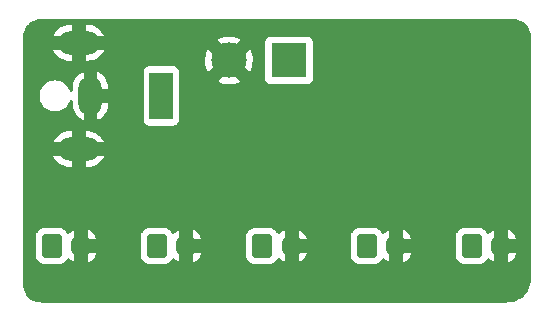
<source format=gbl>
%TF.GenerationSoftware,KiCad,Pcbnew,(6.0.8)*%
%TF.CreationDate,2023-01-30T22:30:07-07:00*%
%TF.ProjectId,Power,506f7765-722e-46b6-9963-61645f706362,rev?*%
%TF.SameCoordinates,Original*%
%TF.FileFunction,Copper,L2,Bot*%
%TF.FilePolarity,Positive*%
%FSLAX46Y46*%
G04 Gerber Fmt 4.6, Leading zero omitted, Abs format (unit mm)*
G04 Created by KiCad (PCBNEW (6.0.8)) date 2023-01-30 22:30:07*
%MOMM*%
%LPD*%
G01*
G04 APERTURE LIST*
G04 Aperture macros list*
%AMRoundRect*
0 Rectangle with rounded corners*
0 $1 Rounding radius*
0 $2 $3 $4 $5 $6 $7 $8 $9 X,Y pos of 4 corners*
0 Add a 4 corners polygon primitive as box body*
4,1,4,$2,$3,$4,$5,$6,$7,$8,$9,$2,$3,0*
0 Add four circle primitives for the rounded corners*
1,1,$1+$1,$2,$3*
1,1,$1+$1,$4,$5*
1,1,$1+$1,$6,$7*
1,1,$1+$1,$8,$9*
0 Add four rect primitives between the rounded corners*
20,1,$1+$1,$2,$3,$4,$5,0*
20,1,$1+$1,$4,$5,$6,$7,0*
20,1,$1+$1,$6,$7,$8,$9,0*
20,1,$1+$1,$8,$9,$2,$3,0*%
G04 Aperture macros list end*
%TA.AperFunction,ComponentPad*%
%ADD10RoundRect,0.250000X-0.600000X-0.750000X0.600000X-0.750000X0.600000X0.750000X-0.600000X0.750000X0*%
%TD*%
%TA.AperFunction,ComponentPad*%
%ADD11O,1.700000X2.000000*%
%TD*%
%TA.AperFunction,ComponentPad*%
%ADD12R,2.000000X4.000000*%
%TD*%
%TA.AperFunction,ComponentPad*%
%ADD13O,2.000000X3.300000*%
%TD*%
%TA.AperFunction,ComponentPad*%
%ADD14O,3.500000X2.000000*%
%TD*%
%TA.AperFunction,ComponentPad*%
%ADD15R,3.000000X3.000000*%
%TD*%
%TA.AperFunction,ComponentPad*%
%ADD16C,3.000000*%
%TD*%
G04 APERTURE END LIST*
D10*
%TO.P,J6,1,Pin_1*%
%TO.N,+5V*%
X141092500Y-103700000D03*
D11*
%TO.P,J6,2,Pin_2*%
%TO.N,GND*%
X143592500Y-103700000D03*
%TD*%
D10*
%TO.P,J5,1,Pin_1*%
%TO.N,+5V*%
X132242500Y-103700000D03*
D11*
%TO.P,J5,2,Pin_2*%
%TO.N,GND*%
X134742500Y-103700000D03*
%TD*%
D12*
%TO.P,J2,1*%
%TO.N,+5V*%
X123700000Y-91000000D03*
D13*
%TO.P,J2,2*%
%TO.N,GND*%
X117700000Y-91000000D03*
D14*
%TO.P,J2,MP*%
X116700000Y-95500000D03*
X116700000Y-86500000D03*
%TD*%
D10*
%TO.P,J4,1,Pin_1*%
%TO.N,+5V*%
X123312500Y-103700000D03*
D11*
%TO.P,J4,2,Pin_2*%
%TO.N,GND*%
X125812500Y-103700000D03*
%TD*%
D15*
%TO.P,J1,1,Pin_1*%
%TO.N,+5V*%
X134510000Y-88000000D03*
D16*
%TO.P,J1,2,Pin_2*%
%TO.N,GND*%
X129430000Y-88000000D03*
%TD*%
D10*
%TO.P,J7,1,Pin_1*%
%TO.N,+5V*%
X149982500Y-103700000D03*
D11*
%TO.P,J7,2,Pin_2*%
%TO.N,GND*%
X152482500Y-103700000D03*
%TD*%
D10*
%TO.P,J3,1,Pin_1*%
%TO.N,+5V*%
X114422500Y-103700000D03*
D11*
%TO.P,J3,2,Pin_2*%
%TO.N,GND*%
X116922500Y-103700000D03*
%TD*%
%TA.AperFunction,Conductor*%
%TO.N,GND*%
G36*
X153470018Y-84510000D02*
G01*
X153484851Y-84512310D01*
X153484855Y-84512310D01*
X153493724Y-84513691D01*
X153508981Y-84511696D01*
X153534302Y-84510953D01*
X153703285Y-84523039D01*
X153721064Y-84525596D01*
X153911392Y-84566999D01*
X153928641Y-84572063D01*
X154111150Y-84640136D01*
X154127502Y-84647604D01*
X154298458Y-84740952D01*
X154313582Y-84750672D01*
X154469514Y-84867402D01*
X154483100Y-84879175D01*
X154620825Y-85016900D01*
X154632598Y-85030486D01*
X154749328Y-85186418D01*
X154759048Y-85201542D01*
X154852396Y-85372498D01*
X154859864Y-85388850D01*
X154927937Y-85571359D01*
X154933001Y-85588607D01*
X154974404Y-85778936D01*
X154976961Y-85796715D01*
X154985779Y-85920000D01*
X154988540Y-85958601D01*
X154987793Y-85976565D01*
X154987692Y-85984845D01*
X154986309Y-85993724D01*
X154987474Y-86002630D01*
X154990436Y-86025283D01*
X154991500Y-86041621D01*
X154991500Y-106450633D01*
X154990000Y-106470018D01*
X154987690Y-106484851D01*
X154987690Y-106484855D01*
X154986309Y-106493724D01*
X154988439Y-106510010D01*
X154989233Y-106534590D01*
X154975002Y-106751701D01*
X154972851Y-106768041D01*
X154934592Y-106960386D01*
X154925252Y-107007340D01*
X154920986Y-107023260D01*
X154842561Y-107254292D01*
X154836254Y-107269519D01*
X154728343Y-107488342D01*
X154720102Y-107502616D01*
X154584553Y-107705478D01*
X154574520Y-107718553D01*
X154413648Y-107901993D01*
X154401993Y-107913648D01*
X154218553Y-108074520D01*
X154205478Y-108084553D01*
X154002616Y-108220102D01*
X153988342Y-108228343D01*
X153769519Y-108336254D01*
X153754292Y-108342561D01*
X153712593Y-108356716D01*
X153523257Y-108420987D01*
X153507343Y-108425251D01*
X153387691Y-108449051D01*
X153268041Y-108472851D01*
X153251701Y-108475002D01*
X153110437Y-108484262D01*
X153041763Y-108488763D01*
X153018650Y-108487733D01*
X153015146Y-108487690D01*
X153006276Y-108486309D01*
X152997374Y-108487473D01*
X152997372Y-108487473D01*
X152982323Y-108489441D01*
X152974714Y-108490436D01*
X152958379Y-108491500D01*
X113549367Y-108491500D01*
X113529982Y-108490000D01*
X113515149Y-108487690D01*
X113515145Y-108487690D01*
X113506276Y-108486309D01*
X113491019Y-108488304D01*
X113465698Y-108489047D01*
X113296715Y-108476961D01*
X113278936Y-108474404D01*
X113088607Y-108433001D01*
X113071359Y-108427937D01*
X112888850Y-108359864D01*
X112872498Y-108352396D01*
X112701542Y-108259048D01*
X112686418Y-108249328D01*
X112530486Y-108132598D01*
X112516900Y-108120825D01*
X112379175Y-107983100D01*
X112367402Y-107969514D01*
X112250672Y-107813582D01*
X112240952Y-107798458D01*
X112147604Y-107627502D01*
X112140136Y-107611150D01*
X112072063Y-107428641D01*
X112066999Y-107411392D01*
X112034525Y-107262114D01*
X112025596Y-107221064D01*
X112023038Y-107203278D01*
X112011719Y-107045012D01*
X112012805Y-107022245D01*
X112012334Y-107022203D01*
X112012770Y-107017345D01*
X112013576Y-107012552D01*
X112013729Y-107000000D01*
X112009773Y-106972376D01*
X112008500Y-106954514D01*
X112008500Y-104500400D01*
X113064000Y-104500400D01*
X113074974Y-104606166D01*
X113130950Y-104773946D01*
X113224022Y-104924348D01*
X113349197Y-105049305D01*
X113355427Y-105053145D01*
X113355428Y-105053146D01*
X113492590Y-105137694D01*
X113499762Y-105142115D01*
X113579505Y-105168564D01*
X113661111Y-105195632D01*
X113661113Y-105195632D01*
X113667639Y-105197797D01*
X113674475Y-105198497D01*
X113674478Y-105198498D01*
X113717531Y-105202909D01*
X113772100Y-105208500D01*
X115072900Y-105208500D01*
X115076146Y-105208163D01*
X115076150Y-105208163D01*
X115171808Y-105198238D01*
X115171812Y-105198237D01*
X115178666Y-105197526D01*
X115185202Y-105195345D01*
X115185204Y-105195345D01*
X115317306Y-105151272D01*
X115346446Y-105141550D01*
X115496848Y-105048478D01*
X115621805Y-104923303D01*
X115711853Y-104777220D01*
X115764624Y-104729727D01*
X115834696Y-104718303D01*
X115899820Y-104746577D01*
X115910282Y-104756364D01*
X116015734Y-104866906D01*
X116023686Y-104873941D01*
X116200025Y-105005141D01*
X116209062Y-105010745D01*
X116326353Y-105070379D01*
X116340213Y-105072969D01*
X116342181Y-105070172D01*
X116342500Y-105068243D01*
X116342500Y-105062927D01*
X117502500Y-105062927D01*
X117506473Y-105076458D01*
X117512070Y-105077263D01*
X117523529Y-105072737D01*
X117533061Y-105068006D01*
X117720962Y-104953984D01*
X117729552Y-104947720D01*
X117895552Y-104803673D01*
X117902972Y-104796042D01*
X118042326Y-104626089D01*
X118048350Y-104617322D01*
X118114906Y-104500400D01*
X121954000Y-104500400D01*
X121964974Y-104606166D01*
X122020950Y-104773946D01*
X122114022Y-104924348D01*
X122239197Y-105049305D01*
X122245427Y-105053145D01*
X122245428Y-105053146D01*
X122382590Y-105137694D01*
X122389762Y-105142115D01*
X122469505Y-105168564D01*
X122551111Y-105195632D01*
X122551113Y-105195632D01*
X122557639Y-105197797D01*
X122564475Y-105198497D01*
X122564478Y-105198498D01*
X122607531Y-105202909D01*
X122662100Y-105208500D01*
X123962900Y-105208500D01*
X123966146Y-105208163D01*
X123966150Y-105208163D01*
X124061808Y-105198238D01*
X124061812Y-105198237D01*
X124068666Y-105197526D01*
X124075202Y-105195345D01*
X124075204Y-105195345D01*
X124207306Y-105151272D01*
X124236446Y-105141550D01*
X124386848Y-105048478D01*
X124511805Y-104923303D01*
X124601853Y-104777220D01*
X124654624Y-104729727D01*
X124724696Y-104718303D01*
X124789820Y-104746577D01*
X124800282Y-104756364D01*
X124905734Y-104866906D01*
X124913686Y-104873941D01*
X125090025Y-105005141D01*
X125099062Y-105010745D01*
X125216353Y-105070379D01*
X125230213Y-105072969D01*
X125232181Y-105070172D01*
X125232500Y-105068243D01*
X125232500Y-105062927D01*
X126392500Y-105062927D01*
X126396473Y-105076458D01*
X126402070Y-105077263D01*
X126413529Y-105072737D01*
X126423061Y-105068006D01*
X126610962Y-104953984D01*
X126619552Y-104947720D01*
X126785552Y-104803673D01*
X126792972Y-104796042D01*
X126932326Y-104626089D01*
X126938350Y-104617322D01*
X127004906Y-104500400D01*
X130884000Y-104500400D01*
X130894974Y-104606166D01*
X130950950Y-104773946D01*
X131044022Y-104924348D01*
X131169197Y-105049305D01*
X131175427Y-105053145D01*
X131175428Y-105053146D01*
X131312590Y-105137694D01*
X131319762Y-105142115D01*
X131399505Y-105168564D01*
X131481111Y-105195632D01*
X131481113Y-105195632D01*
X131487639Y-105197797D01*
X131494475Y-105198497D01*
X131494478Y-105198498D01*
X131537531Y-105202909D01*
X131592100Y-105208500D01*
X132892900Y-105208500D01*
X132896146Y-105208163D01*
X132896150Y-105208163D01*
X132991808Y-105198238D01*
X132991812Y-105198237D01*
X132998666Y-105197526D01*
X133005202Y-105195345D01*
X133005204Y-105195345D01*
X133137306Y-105151272D01*
X133166446Y-105141550D01*
X133316848Y-105048478D01*
X133441805Y-104923303D01*
X133531853Y-104777220D01*
X133584624Y-104729727D01*
X133654696Y-104718303D01*
X133719820Y-104746577D01*
X133730282Y-104756364D01*
X133835734Y-104866906D01*
X133843686Y-104873941D01*
X134020025Y-105005141D01*
X134029062Y-105010745D01*
X134146353Y-105070379D01*
X134160213Y-105072969D01*
X134162181Y-105070172D01*
X134162500Y-105068243D01*
X134162500Y-105062927D01*
X135322500Y-105062927D01*
X135326473Y-105076458D01*
X135332070Y-105077263D01*
X135343529Y-105072737D01*
X135353061Y-105068006D01*
X135540962Y-104953984D01*
X135549552Y-104947720D01*
X135715552Y-104803673D01*
X135722972Y-104796042D01*
X135862326Y-104626089D01*
X135868350Y-104617322D01*
X135934906Y-104500400D01*
X139734000Y-104500400D01*
X139744974Y-104606166D01*
X139800950Y-104773946D01*
X139894022Y-104924348D01*
X140019197Y-105049305D01*
X140025427Y-105053145D01*
X140025428Y-105053146D01*
X140162590Y-105137694D01*
X140169762Y-105142115D01*
X140249505Y-105168564D01*
X140331111Y-105195632D01*
X140331113Y-105195632D01*
X140337639Y-105197797D01*
X140344475Y-105198497D01*
X140344478Y-105198498D01*
X140387531Y-105202909D01*
X140442100Y-105208500D01*
X141742900Y-105208500D01*
X141746146Y-105208163D01*
X141746150Y-105208163D01*
X141841808Y-105198238D01*
X141841812Y-105198237D01*
X141848666Y-105197526D01*
X141855202Y-105195345D01*
X141855204Y-105195345D01*
X141987306Y-105151272D01*
X142016446Y-105141550D01*
X142166848Y-105048478D01*
X142291805Y-104923303D01*
X142381853Y-104777220D01*
X142434624Y-104729727D01*
X142504696Y-104718303D01*
X142569820Y-104746577D01*
X142580282Y-104756364D01*
X142685734Y-104866906D01*
X142693686Y-104873941D01*
X142870025Y-105005141D01*
X142879062Y-105010745D01*
X142996353Y-105070379D01*
X143010213Y-105072969D01*
X143012181Y-105070172D01*
X143012500Y-105068243D01*
X143012500Y-105062927D01*
X144172500Y-105062927D01*
X144176473Y-105076458D01*
X144182070Y-105077263D01*
X144193529Y-105072737D01*
X144203061Y-105068006D01*
X144390962Y-104953984D01*
X144399552Y-104947720D01*
X144565552Y-104803673D01*
X144572972Y-104796042D01*
X144712326Y-104626089D01*
X144718350Y-104617322D01*
X144784906Y-104500400D01*
X148624000Y-104500400D01*
X148634974Y-104606166D01*
X148690950Y-104773946D01*
X148784022Y-104924348D01*
X148909197Y-105049305D01*
X148915427Y-105053145D01*
X148915428Y-105053146D01*
X149052590Y-105137694D01*
X149059762Y-105142115D01*
X149139505Y-105168564D01*
X149221111Y-105195632D01*
X149221113Y-105195632D01*
X149227639Y-105197797D01*
X149234475Y-105198497D01*
X149234478Y-105198498D01*
X149277531Y-105202909D01*
X149332100Y-105208500D01*
X150632900Y-105208500D01*
X150636146Y-105208163D01*
X150636150Y-105208163D01*
X150731808Y-105198238D01*
X150731812Y-105198237D01*
X150738666Y-105197526D01*
X150745202Y-105195345D01*
X150745204Y-105195345D01*
X150877306Y-105151272D01*
X150906446Y-105141550D01*
X151056848Y-105048478D01*
X151181805Y-104923303D01*
X151271853Y-104777220D01*
X151324624Y-104729727D01*
X151394696Y-104718303D01*
X151459820Y-104746577D01*
X151470282Y-104756364D01*
X151575734Y-104866906D01*
X151583686Y-104873941D01*
X151760025Y-105005141D01*
X151769062Y-105010745D01*
X151886353Y-105070379D01*
X151900213Y-105072969D01*
X151902181Y-105070172D01*
X151902500Y-105068243D01*
X151902500Y-105062927D01*
X153062500Y-105062927D01*
X153066473Y-105076458D01*
X153072070Y-105077263D01*
X153083529Y-105072737D01*
X153093061Y-105068006D01*
X153280962Y-104953984D01*
X153289552Y-104947720D01*
X153455552Y-104803673D01*
X153462972Y-104796042D01*
X153602326Y-104626089D01*
X153608350Y-104617322D01*
X153717076Y-104426318D01*
X153721541Y-104416654D01*
X153764963Y-104297028D01*
X153765845Y-104282955D01*
X153760319Y-104280000D01*
X153080615Y-104280000D01*
X153065376Y-104284475D01*
X153064171Y-104285865D01*
X153062500Y-104293548D01*
X153062500Y-105062927D01*
X151902500Y-105062927D01*
X151902500Y-103101885D01*
X153062500Y-103101885D01*
X153066975Y-103117124D01*
X153068365Y-103118329D01*
X153076048Y-103120000D01*
X153755806Y-103120000D01*
X153769337Y-103116027D01*
X153770603Y-103107217D01*
X153769369Y-103102459D01*
X153765837Y-103092431D01*
X153675563Y-102892030D01*
X153670394Y-102882744D01*
X153547650Y-102700425D01*
X153540981Y-102692130D01*
X153389272Y-102533100D01*
X153381314Y-102526059D01*
X153204975Y-102394859D01*
X153195938Y-102389255D01*
X153078647Y-102329621D01*
X153064787Y-102327031D01*
X153062819Y-102329828D01*
X153062500Y-102331757D01*
X153062500Y-103101885D01*
X151902500Y-103101885D01*
X151902500Y-102337073D01*
X151898527Y-102323542D01*
X151892930Y-102322737D01*
X151881471Y-102327263D01*
X151871939Y-102331994D01*
X151684038Y-102446016D01*
X151675448Y-102452280D01*
X151509448Y-102596327D01*
X151502030Y-102603956D01*
X151476109Y-102635569D01*
X151417449Y-102675564D01*
X151346479Y-102677496D01*
X151285730Y-102640752D01*
X151271530Y-102621982D01*
X151184832Y-102481880D01*
X151180978Y-102475652D01*
X151055803Y-102350695D01*
X151021615Y-102329621D01*
X150911468Y-102261725D01*
X150911466Y-102261724D01*
X150905238Y-102257885D01*
X150744754Y-102204655D01*
X150743889Y-102204368D01*
X150743887Y-102204368D01*
X150737361Y-102202203D01*
X150730525Y-102201503D01*
X150730522Y-102201502D01*
X150687469Y-102197091D01*
X150632900Y-102191500D01*
X149332100Y-102191500D01*
X149328854Y-102191837D01*
X149328850Y-102191837D01*
X149233192Y-102201762D01*
X149233188Y-102201763D01*
X149226334Y-102202474D01*
X149219798Y-102204655D01*
X149219796Y-102204655D01*
X149087694Y-102248728D01*
X149058554Y-102258450D01*
X148908152Y-102351522D01*
X148783195Y-102476697D01*
X148779355Y-102482927D01*
X148779354Y-102482928D01*
X148709454Y-102596327D01*
X148690385Y-102627262D01*
X148634703Y-102795139D01*
X148624000Y-102899600D01*
X148624000Y-104500400D01*
X144784906Y-104500400D01*
X144827076Y-104426318D01*
X144831541Y-104416654D01*
X144874963Y-104297028D01*
X144875845Y-104282955D01*
X144870319Y-104280000D01*
X144190615Y-104280000D01*
X144175376Y-104284475D01*
X144174171Y-104285865D01*
X144172500Y-104293548D01*
X144172500Y-105062927D01*
X143012500Y-105062927D01*
X143012500Y-103101885D01*
X144172500Y-103101885D01*
X144176975Y-103117124D01*
X144178365Y-103118329D01*
X144186048Y-103120000D01*
X144865806Y-103120000D01*
X144879337Y-103116027D01*
X144880603Y-103107217D01*
X144879369Y-103102459D01*
X144875837Y-103092431D01*
X144785563Y-102892030D01*
X144780394Y-102882744D01*
X144657650Y-102700425D01*
X144650981Y-102692130D01*
X144499272Y-102533100D01*
X144491314Y-102526059D01*
X144314975Y-102394859D01*
X144305938Y-102389255D01*
X144188647Y-102329621D01*
X144174787Y-102327031D01*
X144172819Y-102329828D01*
X144172500Y-102331757D01*
X144172500Y-103101885D01*
X143012500Y-103101885D01*
X143012500Y-102337073D01*
X143008527Y-102323542D01*
X143002930Y-102322737D01*
X142991471Y-102327263D01*
X142981939Y-102331994D01*
X142794038Y-102446016D01*
X142785448Y-102452280D01*
X142619448Y-102596327D01*
X142612030Y-102603956D01*
X142586109Y-102635569D01*
X142527449Y-102675564D01*
X142456479Y-102677496D01*
X142395730Y-102640752D01*
X142381530Y-102621982D01*
X142294832Y-102481880D01*
X142290978Y-102475652D01*
X142165803Y-102350695D01*
X142131615Y-102329621D01*
X142021468Y-102261725D01*
X142021466Y-102261724D01*
X142015238Y-102257885D01*
X141854754Y-102204655D01*
X141853889Y-102204368D01*
X141853887Y-102204368D01*
X141847361Y-102202203D01*
X141840525Y-102201503D01*
X141840522Y-102201502D01*
X141797469Y-102197091D01*
X141742900Y-102191500D01*
X140442100Y-102191500D01*
X140438854Y-102191837D01*
X140438850Y-102191837D01*
X140343192Y-102201762D01*
X140343188Y-102201763D01*
X140336334Y-102202474D01*
X140329798Y-102204655D01*
X140329796Y-102204655D01*
X140197694Y-102248728D01*
X140168554Y-102258450D01*
X140018152Y-102351522D01*
X139893195Y-102476697D01*
X139889355Y-102482927D01*
X139889354Y-102482928D01*
X139819454Y-102596327D01*
X139800385Y-102627262D01*
X139744703Y-102795139D01*
X139734000Y-102899600D01*
X139734000Y-104500400D01*
X135934906Y-104500400D01*
X135977076Y-104426318D01*
X135981541Y-104416654D01*
X136024963Y-104297028D01*
X136025845Y-104282955D01*
X136020319Y-104280000D01*
X135340615Y-104280000D01*
X135325376Y-104284475D01*
X135324171Y-104285865D01*
X135322500Y-104293548D01*
X135322500Y-105062927D01*
X134162500Y-105062927D01*
X134162500Y-103101885D01*
X135322500Y-103101885D01*
X135326975Y-103117124D01*
X135328365Y-103118329D01*
X135336048Y-103120000D01*
X136015806Y-103120000D01*
X136029337Y-103116027D01*
X136030603Y-103107217D01*
X136029369Y-103102459D01*
X136025837Y-103092431D01*
X135935563Y-102892030D01*
X135930394Y-102882744D01*
X135807650Y-102700425D01*
X135800981Y-102692130D01*
X135649272Y-102533100D01*
X135641314Y-102526059D01*
X135464975Y-102394859D01*
X135455938Y-102389255D01*
X135338647Y-102329621D01*
X135324787Y-102327031D01*
X135322819Y-102329828D01*
X135322500Y-102331757D01*
X135322500Y-103101885D01*
X134162500Y-103101885D01*
X134162500Y-102337073D01*
X134158527Y-102323542D01*
X134152930Y-102322737D01*
X134141471Y-102327263D01*
X134131939Y-102331994D01*
X133944038Y-102446016D01*
X133935448Y-102452280D01*
X133769448Y-102596327D01*
X133762030Y-102603956D01*
X133736109Y-102635569D01*
X133677449Y-102675564D01*
X133606479Y-102677496D01*
X133545730Y-102640752D01*
X133531530Y-102621982D01*
X133444832Y-102481880D01*
X133440978Y-102475652D01*
X133315803Y-102350695D01*
X133281615Y-102329621D01*
X133171468Y-102261725D01*
X133171466Y-102261724D01*
X133165238Y-102257885D01*
X133004754Y-102204655D01*
X133003889Y-102204368D01*
X133003887Y-102204368D01*
X132997361Y-102202203D01*
X132990525Y-102201503D01*
X132990522Y-102201502D01*
X132947469Y-102197091D01*
X132892900Y-102191500D01*
X131592100Y-102191500D01*
X131588854Y-102191837D01*
X131588850Y-102191837D01*
X131493192Y-102201762D01*
X131493188Y-102201763D01*
X131486334Y-102202474D01*
X131479798Y-102204655D01*
X131479796Y-102204655D01*
X131347694Y-102248728D01*
X131318554Y-102258450D01*
X131168152Y-102351522D01*
X131043195Y-102476697D01*
X131039355Y-102482927D01*
X131039354Y-102482928D01*
X130969454Y-102596327D01*
X130950385Y-102627262D01*
X130894703Y-102795139D01*
X130884000Y-102899600D01*
X130884000Y-104500400D01*
X127004906Y-104500400D01*
X127047076Y-104426318D01*
X127051541Y-104416654D01*
X127094963Y-104297028D01*
X127095845Y-104282955D01*
X127090319Y-104280000D01*
X126410615Y-104280000D01*
X126395376Y-104284475D01*
X126394171Y-104285865D01*
X126392500Y-104293548D01*
X126392500Y-105062927D01*
X125232500Y-105062927D01*
X125232500Y-103101885D01*
X126392500Y-103101885D01*
X126396975Y-103117124D01*
X126398365Y-103118329D01*
X126406048Y-103120000D01*
X127085806Y-103120000D01*
X127099337Y-103116027D01*
X127100603Y-103107217D01*
X127099369Y-103102459D01*
X127095837Y-103092431D01*
X127005563Y-102892030D01*
X127000394Y-102882744D01*
X126877650Y-102700425D01*
X126870981Y-102692130D01*
X126719272Y-102533100D01*
X126711314Y-102526059D01*
X126534975Y-102394859D01*
X126525938Y-102389255D01*
X126408647Y-102329621D01*
X126394787Y-102327031D01*
X126392819Y-102329828D01*
X126392500Y-102331757D01*
X126392500Y-103101885D01*
X125232500Y-103101885D01*
X125232500Y-102337073D01*
X125228527Y-102323542D01*
X125222930Y-102322737D01*
X125211471Y-102327263D01*
X125201939Y-102331994D01*
X125014038Y-102446016D01*
X125005448Y-102452280D01*
X124839448Y-102596327D01*
X124832030Y-102603956D01*
X124806109Y-102635569D01*
X124747449Y-102675564D01*
X124676479Y-102677496D01*
X124615730Y-102640752D01*
X124601530Y-102621982D01*
X124514832Y-102481880D01*
X124510978Y-102475652D01*
X124385803Y-102350695D01*
X124351615Y-102329621D01*
X124241468Y-102261725D01*
X124241466Y-102261724D01*
X124235238Y-102257885D01*
X124074754Y-102204655D01*
X124073889Y-102204368D01*
X124073887Y-102204368D01*
X124067361Y-102202203D01*
X124060525Y-102201503D01*
X124060522Y-102201502D01*
X124017469Y-102197091D01*
X123962900Y-102191500D01*
X122662100Y-102191500D01*
X122658854Y-102191837D01*
X122658850Y-102191837D01*
X122563192Y-102201762D01*
X122563188Y-102201763D01*
X122556334Y-102202474D01*
X122549798Y-102204655D01*
X122549796Y-102204655D01*
X122417694Y-102248728D01*
X122388554Y-102258450D01*
X122238152Y-102351522D01*
X122113195Y-102476697D01*
X122109355Y-102482927D01*
X122109354Y-102482928D01*
X122039454Y-102596327D01*
X122020385Y-102627262D01*
X121964703Y-102795139D01*
X121954000Y-102899600D01*
X121954000Y-104500400D01*
X118114906Y-104500400D01*
X118157076Y-104426318D01*
X118161541Y-104416654D01*
X118204963Y-104297028D01*
X118205845Y-104282955D01*
X118200319Y-104280000D01*
X117520615Y-104280000D01*
X117505376Y-104284475D01*
X117504171Y-104285865D01*
X117502500Y-104293548D01*
X117502500Y-105062927D01*
X116342500Y-105062927D01*
X116342500Y-103101885D01*
X117502500Y-103101885D01*
X117506975Y-103117124D01*
X117508365Y-103118329D01*
X117516048Y-103120000D01*
X118195806Y-103120000D01*
X118209337Y-103116027D01*
X118210603Y-103107217D01*
X118209369Y-103102459D01*
X118205837Y-103092431D01*
X118115563Y-102892030D01*
X118110394Y-102882744D01*
X117987650Y-102700425D01*
X117980981Y-102692130D01*
X117829272Y-102533100D01*
X117821314Y-102526059D01*
X117644975Y-102394859D01*
X117635938Y-102389255D01*
X117518647Y-102329621D01*
X117504787Y-102327031D01*
X117502819Y-102329828D01*
X117502500Y-102331757D01*
X117502500Y-103101885D01*
X116342500Y-103101885D01*
X116342500Y-102337073D01*
X116338527Y-102323542D01*
X116332930Y-102322737D01*
X116321471Y-102327263D01*
X116311939Y-102331994D01*
X116124038Y-102446016D01*
X116115448Y-102452280D01*
X115949448Y-102596327D01*
X115942030Y-102603956D01*
X115916109Y-102635569D01*
X115857449Y-102675564D01*
X115786479Y-102677496D01*
X115725730Y-102640752D01*
X115711530Y-102621982D01*
X115624832Y-102481880D01*
X115620978Y-102475652D01*
X115495803Y-102350695D01*
X115461615Y-102329621D01*
X115351468Y-102261725D01*
X115351466Y-102261724D01*
X115345238Y-102257885D01*
X115184754Y-102204655D01*
X115183889Y-102204368D01*
X115183887Y-102204368D01*
X115177361Y-102202203D01*
X115170525Y-102201503D01*
X115170522Y-102201502D01*
X115127469Y-102197091D01*
X115072900Y-102191500D01*
X113772100Y-102191500D01*
X113768854Y-102191837D01*
X113768850Y-102191837D01*
X113673192Y-102201762D01*
X113673188Y-102201763D01*
X113666334Y-102202474D01*
X113659798Y-102204655D01*
X113659796Y-102204655D01*
X113527694Y-102248728D01*
X113498554Y-102258450D01*
X113348152Y-102351522D01*
X113223195Y-102476697D01*
X113219355Y-102482927D01*
X113219354Y-102482928D01*
X113149454Y-102596327D01*
X113130385Y-102627262D01*
X113074703Y-102795139D01*
X113064000Y-102899600D01*
X113064000Y-104500400D01*
X112008500Y-104500400D01*
X112008500Y-96088450D01*
X114560469Y-96088450D01*
X114632399Y-96242705D01*
X114637378Y-96251471D01*
X114768087Y-96443802D01*
X114774419Y-96451677D01*
X114934186Y-96620626D01*
X114941695Y-96627387D01*
X115126426Y-96768625D01*
X115134905Y-96774089D01*
X115339847Y-96883978D01*
X115349099Y-96888020D01*
X115568971Y-96963727D01*
X115578743Y-96966236D01*
X115808971Y-97006004D01*
X115816843Y-97006859D01*
X115840551Y-97007936D01*
X115843384Y-97008000D01*
X116101885Y-97008000D01*
X116117124Y-97003525D01*
X116118329Y-97002135D01*
X116120000Y-96994452D01*
X116120000Y-96989885D01*
X117280000Y-96989885D01*
X117284475Y-97005124D01*
X117285865Y-97006329D01*
X117293548Y-97008000D01*
X117508456Y-97008000D01*
X117513488Y-97007798D01*
X117686843Y-96993850D01*
X117696796Y-96992238D01*
X117922633Y-96936767D01*
X117932203Y-96933584D01*
X118146265Y-96842720D01*
X118155207Y-96838045D01*
X118351987Y-96714126D01*
X118360060Y-96708086D01*
X118534500Y-96554297D01*
X118541504Y-96547044D01*
X118689110Y-96367346D01*
X118694866Y-96359064D01*
X118811842Y-96158079D01*
X118816202Y-96148980D01*
X118836188Y-96096914D01*
X118837328Y-96082856D01*
X118832215Y-96080000D01*
X117298115Y-96080000D01*
X117282876Y-96084475D01*
X117281671Y-96085865D01*
X117280000Y-96093548D01*
X117280000Y-96989885D01*
X116120000Y-96989885D01*
X116120000Y-96098115D01*
X116115525Y-96082876D01*
X116114135Y-96081671D01*
X116106452Y-96080000D01*
X114574643Y-96080000D01*
X114561112Y-96083973D01*
X114560469Y-96088450D01*
X112008500Y-96088450D01*
X112008500Y-94917144D01*
X114562672Y-94917144D01*
X114567785Y-94920000D01*
X116101885Y-94920000D01*
X116117124Y-94915525D01*
X116118329Y-94914135D01*
X116120000Y-94906452D01*
X116120000Y-94901885D01*
X117280000Y-94901885D01*
X117284475Y-94917124D01*
X117285865Y-94918329D01*
X117293548Y-94920000D01*
X118825357Y-94920000D01*
X118838888Y-94916027D01*
X118839531Y-94911550D01*
X118767601Y-94757295D01*
X118762622Y-94748529D01*
X118631913Y-94556198D01*
X118625581Y-94548323D01*
X118465814Y-94379374D01*
X118458305Y-94372613D01*
X118273574Y-94231375D01*
X118265095Y-94225911D01*
X118060153Y-94116022D01*
X118050901Y-94111980D01*
X117831029Y-94036273D01*
X117821257Y-94033764D01*
X117591029Y-93993996D01*
X117583157Y-93993141D01*
X117559449Y-93992064D01*
X117556616Y-93992000D01*
X117298115Y-93992000D01*
X117282876Y-93996475D01*
X117281671Y-93997865D01*
X117280000Y-94005548D01*
X117280000Y-94901885D01*
X116120000Y-94901885D01*
X116120000Y-94010115D01*
X116115525Y-93994876D01*
X116114135Y-93993671D01*
X116106452Y-93992000D01*
X115891544Y-93992000D01*
X115886512Y-93992202D01*
X115713157Y-94006150D01*
X115703204Y-94007762D01*
X115477367Y-94063233D01*
X115467797Y-94066416D01*
X115253735Y-94157280D01*
X115244793Y-94161955D01*
X115048013Y-94285874D01*
X115039940Y-94291914D01*
X114865500Y-94445703D01*
X114858496Y-94452956D01*
X114710890Y-94632654D01*
X114705134Y-94640936D01*
X114588158Y-94841921D01*
X114583798Y-94851020D01*
X114563812Y-94903086D01*
X114562672Y-94917144D01*
X112008500Y-94917144D01*
X112008500Y-93048134D01*
X122191500Y-93048134D01*
X122198255Y-93110316D01*
X122249385Y-93246705D01*
X122336739Y-93363261D01*
X122453295Y-93450615D01*
X122589684Y-93501745D01*
X122651866Y-93508500D01*
X124748134Y-93508500D01*
X124810316Y-93501745D01*
X124946705Y-93450615D01*
X125063261Y-93363261D01*
X125150615Y-93246705D01*
X125201745Y-93110316D01*
X125208500Y-93048134D01*
X125208500Y-89772416D01*
X128483448Y-89772416D01*
X128487326Y-89777596D01*
X128724520Y-89884694D01*
X128732551Y-89887680D01*
X128986832Y-89963002D01*
X128995184Y-89964869D01*
X129257340Y-90004984D01*
X129265874Y-90005700D01*
X129531045Y-90009867D01*
X129539596Y-90009418D01*
X129802883Y-89977557D01*
X129811284Y-89975955D01*
X130067824Y-89908653D01*
X130075926Y-89905926D01*
X130320949Y-89804434D01*
X130328617Y-89800628D01*
X130364587Y-89779609D01*
X130374263Y-89769354D01*
X130370945Y-89761189D01*
X130157890Y-89548134D01*
X132501500Y-89548134D01*
X132508255Y-89610316D01*
X132559385Y-89746705D01*
X132646739Y-89863261D01*
X132763295Y-89950615D01*
X132899684Y-90001745D01*
X132961866Y-90008500D01*
X136058134Y-90008500D01*
X136120316Y-90001745D01*
X136256705Y-89950615D01*
X136373261Y-89863261D01*
X136460615Y-89746705D01*
X136511745Y-89610316D01*
X136518500Y-89548134D01*
X136518500Y-86451866D01*
X136511745Y-86389684D01*
X136460615Y-86253295D01*
X136373261Y-86136739D01*
X136256705Y-86049385D01*
X136120316Y-85998255D01*
X136058134Y-85991500D01*
X132961866Y-85991500D01*
X132899684Y-85998255D01*
X132763295Y-86049385D01*
X132646739Y-86136739D01*
X132559385Y-86253295D01*
X132508255Y-86389684D01*
X132501500Y-86451866D01*
X132501500Y-89548134D01*
X130157890Y-89548134D01*
X129442812Y-88833056D01*
X129428868Y-88825442D01*
X129427035Y-88825573D01*
X129420420Y-88829824D01*
X128490208Y-89760036D01*
X128483448Y-89772416D01*
X125208500Y-89772416D01*
X125208500Y-88951866D01*
X125201745Y-88889684D01*
X125150615Y-88753295D01*
X125063261Y-88636739D01*
X124946705Y-88549385D01*
X124810316Y-88498255D01*
X124748134Y-88491500D01*
X122651866Y-88491500D01*
X122589684Y-88498255D01*
X122453295Y-88549385D01*
X122336739Y-88636739D01*
X122249385Y-88753295D01*
X122198255Y-88889684D01*
X122191500Y-88951866D01*
X122191500Y-93048134D01*
X112008500Y-93048134D01*
X112008500Y-91000000D01*
X113386502Y-91000000D01*
X113406457Y-91228087D01*
X113465716Y-91449243D01*
X113468039Y-91454224D01*
X113468039Y-91454225D01*
X113560151Y-91651762D01*
X113560154Y-91651767D01*
X113562477Y-91656749D01*
X113693802Y-91844300D01*
X113855700Y-92006198D01*
X113860208Y-92009355D01*
X113860211Y-92009357D01*
X113877206Y-92021257D01*
X114043251Y-92137523D01*
X114048233Y-92139846D01*
X114048238Y-92139849D01*
X114245775Y-92231961D01*
X114250757Y-92234284D01*
X114256065Y-92235706D01*
X114256067Y-92235707D01*
X114466598Y-92292119D01*
X114466600Y-92292119D01*
X114471913Y-92293543D01*
X114571480Y-92302254D01*
X114640149Y-92308262D01*
X114640156Y-92308262D01*
X114642873Y-92308500D01*
X114757127Y-92308500D01*
X114759844Y-92308262D01*
X114759851Y-92308262D01*
X114828520Y-92302254D01*
X114928087Y-92293543D01*
X114933400Y-92292119D01*
X114933402Y-92292119D01*
X115143933Y-92235707D01*
X115143935Y-92235706D01*
X115149243Y-92234284D01*
X115154225Y-92231961D01*
X115351762Y-92139849D01*
X115351767Y-92139846D01*
X115356749Y-92137523D01*
X115522794Y-92021257D01*
X115539789Y-92009357D01*
X115539792Y-92009355D01*
X115544300Y-92006198D01*
X115706198Y-91844300D01*
X115837523Y-91656749D01*
X115839846Y-91651767D01*
X115839849Y-91651762D01*
X115931961Y-91454225D01*
X115931961Y-91454224D01*
X115934284Y-91449243D01*
X115944293Y-91411889D01*
X115981245Y-91351266D01*
X116045105Y-91320245D01*
X116115600Y-91328673D01*
X116170347Y-91373876D01*
X116192000Y-91444500D01*
X116192000Y-91708456D01*
X116192202Y-91713488D01*
X116206150Y-91886843D01*
X116207762Y-91896796D01*
X116263233Y-92122633D01*
X116266416Y-92132203D01*
X116357280Y-92346265D01*
X116361955Y-92355207D01*
X116485874Y-92551987D01*
X116491914Y-92560060D01*
X116645703Y-92734500D01*
X116652956Y-92741504D01*
X116832654Y-92889110D01*
X116840936Y-92894866D01*
X117041921Y-93011842D01*
X117051020Y-93016202D01*
X117103086Y-93036188D01*
X117117144Y-93037328D01*
X117120000Y-93032215D01*
X117120000Y-93025357D01*
X118280000Y-93025357D01*
X118283973Y-93038888D01*
X118288450Y-93039531D01*
X118442705Y-92967601D01*
X118451471Y-92962622D01*
X118643802Y-92831913D01*
X118651677Y-92825581D01*
X118820626Y-92665814D01*
X118827387Y-92658305D01*
X118968625Y-92473574D01*
X118974089Y-92465095D01*
X119083978Y-92260153D01*
X119088020Y-92250901D01*
X119163727Y-92031029D01*
X119166236Y-92021257D01*
X119206004Y-91791029D01*
X119206859Y-91783157D01*
X119207936Y-91759449D01*
X119208000Y-91756616D01*
X119208000Y-91598115D01*
X119203525Y-91582876D01*
X119202135Y-91581671D01*
X119194452Y-91580000D01*
X118298115Y-91580000D01*
X118282876Y-91584475D01*
X118281671Y-91585865D01*
X118280000Y-91593548D01*
X118280000Y-93025357D01*
X117120000Y-93025357D01*
X117120000Y-90401885D01*
X118280000Y-90401885D01*
X118284475Y-90417124D01*
X118285865Y-90418329D01*
X118293548Y-90420000D01*
X119189885Y-90420000D01*
X119205124Y-90415525D01*
X119206329Y-90414135D01*
X119208000Y-90406452D01*
X119208000Y-90291544D01*
X119207798Y-90286512D01*
X119193850Y-90113157D01*
X119192238Y-90103204D01*
X119136767Y-89877367D01*
X119133584Y-89867797D01*
X119042720Y-89653735D01*
X119038045Y-89644793D01*
X118914126Y-89448013D01*
X118908086Y-89439940D01*
X118754297Y-89265500D01*
X118747044Y-89258496D01*
X118567346Y-89110890D01*
X118559064Y-89105134D01*
X118358079Y-88988158D01*
X118348980Y-88983798D01*
X118296914Y-88963812D01*
X118282856Y-88962672D01*
X118280000Y-88967785D01*
X118280000Y-90401885D01*
X117120000Y-90401885D01*
X117120000Y-88974643D01*
X117116027Y-88961112D01*
X117111550Y-88960469D01*
X116957295Y-89032399D01*
X116948529Y-89037378D01*
X116756198Y-89168087D01*
X116748323Y-89174419D01*
X116579374Y-89334186D01*
X116572613Y-89341695D01*
X116431375Y-89526426D01*
X116425911Y-89534905D01*
X116316022Y-89739847D01*
X116311980Y-89749099D01*
X116236273Y-89968971D01*
X116233764Y-89978743D01*
X116193996Y-90208971D01*
X116193141Y-90216843D01*
X116192064Y-90240551D01*
X116192000Y-90243384D01*
X116192000Y-90555500D01*
X116171998Y-90623621D01*
X116118342Y-90670114D01*
X116048068Y-90680218D01*
X115983488Y-90650724D01*
X115944293Y-90588111D01*
X115935707Y-90556067D01*
X115935706Y-90556065D01*
X115934284Y-90550757D01*
X115931961Y-90545775D01*
X115839849Y-90348238D01*
X115839846Y-90348233D01*
X115837523Y-90343251D01*
X115706198Y-90155700D01*
X115544300Y-89993802D01*
X115539792Y-89990645D01*
X115539789Y-89990643D01*
X115418800Y-89905926D01*
X115356749Y-89862477D01*
X115351767Y-89860154D01*
X115351762Y-89860151D01*
X115154225Y-89768039D01*
X115154224Y-89768039D01*
X115149243Y-89765716D01*
X115143935Y-89764294D01*
X115143933Y-89764293D01*
X114933402Y-89707881D01*
X114933400Y-89707881D01*
X114928087Y-89706457D01*
X114828520Y-89697746D01*
X114759851Y-89691738D01*
X114759844Y-89691738D01*
X114757127Y-89691500D01*
X114642873Y-89691500D01*
X114640156Y-89691738D01*
X114640149Y-89691738D01*
X114571480Y-89697746D01*
X114471913Y-89706457D01*
X114466600Y-89707881D01*
X114466598Y-89707881D01*
X114256067Y-89764293D01*
X114256065Y-89764294D01*
X114250757Y-89765716D01*
X114245776Y-89768039D01*
X114245775Y-89768039D01*
X114048238Y-89860151D01*
X114048233Y-89860154D01*
X114043251Y-89862477D01*
X113981200Y-89905926D01*
X113860211Y-89990643D01*
X113860208Y-89990645D01*
X113855700Y-89993802D01*
X113693802Y-90155700D01*
X113562477Y-90343251D01*
X113560154Y-90348233D01*
X113560151Y-90348238D01*
X113468039Y-90545775D01*
X113465716Y-90550757D01*
X113406457Y-90771913D01*
X113386502Y-91000000D01*
X112008500Y-91000000D01*
X112008500Y-87088450D01*
X114560469Y-87088450D01*
X114632399Y-87242705D01*
X114637378Y-87251471D01*
X114768087Y-87443802D01*
X114774419Y-87451677D01*
X114934186Y-87620626D01*
X114941695Y-87627387D01*
X115126426Y-87768625D01*
X115134905Y-87774089D01*
X115339847Y-87883978D01*
X115349099Y-87888020D01*
X115568971Y-87963727D01*
X115578743Y-87966236D01*
X115808971Y-88006004D01*
X115816843Y-88006859D01*
X115840551Y-88007936D01*
X115843384Y-88008000D01*
X116101885Y-88008000D01*
X116117124Y-88003525D01*
X116118329Y-88002135D01*
X116120000Y-87994452D01*
X116120000Y-87989885D01*
X117280000Y-87989885D01*
X117284475Y-88005124D01*
X117285865Y-88006329D01*
X117293548Y-88008000D01*
X117508456Y-88008000D01*
X117513488Y-88007798D01*
X117686843Y-87993850D01*
X117696796Y-87992238D01*
X117733576Y-87983204D01*
X127417665Y-87983204D01*
X127432932Y-88247969D01*
X127434005Y-88256470D01*
X127485065Y-88516722D01*
X127487276Y-88524974D01*
X127573184Y-88775894D01*
X127576499Y-88783780D01*
X127651845Y-88933588D01*
X127661473Y-88943891D01*
X127668078Y-88941678D01*
X128596944Y-88012812D01*
X128603322Y-88001132D01*
X130255442Y-88001132D01*
X130255573Y-88002965D01*
X130259824Y-88009580D01*
X131186701Y-88936457D01*
X131199081Y-88943217D01*
X131205345Y-88938528D01*
X131257967Y-88841612D01*
X131261528Y-88833833D01*
X131355271Y-88585750D01*
X131357748Y-88577544D01*
X131416954Y-88319038D01*
X131418294Y-88310577D01*
X131442031Y-88044616D01*
X131442277Y-88039677D01*
X131442666Y-88002485D01*
X131442523Y-87997519D01*
X131424362Y-87731123D01*
X131423201Y-87722649D01*
X131369419Y-87462944D01*
X131367120Y-87454709D01*
X131278588Y-87204705D01*
X131275191Y-87196855D01*
X131207992Y-87066660D01*
X131198255Y-87056458D01*
X131191415Y-87058829D01*
X130263056Y-87987188D01*
X130255442Y-88001132D01*
X128603322Y-88001132D01*
X128604558Y-87998868D01*
X128604427Y-87997035D01*
X128600176Y-87990420D01*
X127673295Y-87063539D01*
X127660915Y-87056779D01*
X127654891Y-87061289D01*
X127593325Y-87177567D01*
X127589839Y-87185395D01*
X127498700Y-87434446D01*
X127496311Y-87442670D01*
X127439812Y-87701795D01*
X127438563Y-87710250D01*
X127417754Y-87974653D01*
X127417665Y-87983204D01*
X117733576Y-87983204D01*
X117922633Y-87936767D01*
X117932203Y-87933584D01*
X118146265Y-87842720D01*
X118155207Y-87838045D01*
X118351987Y-87714126D01*
X118360060Y-87708086D01*
X118534500Y-87554297D01*
X118541504Y-87547044D01*
X118689110Y-87367346D01*
X118694866Y-87359064D01*
X118811842Y-87158079D01*
X118816202Y-87148980D01*
X118836188Y-87096914D01*
X118837328Y-87082856D01*
X118832215Y-87080000D01*
X117298115Y-87080000D01*
X117282876Y-87084475D01*
X117281671Y-87085865D01*
X117280000Y-87093548D01*
X117280000Y-87989885D01*
X116120000Y-87989885D01*
X116120000Y-87098115D01*
X116115525Y-87082876D01*
X116114135Y-87081671D01*
X116106452Y-87080000D01*
X114574643Y-87080000D01*
X114561112Y-87083973D01*
X114560469Y-87088450D01*
X112008500Y-87088450D01*
X112008500Y-86229948D01*
X128485113Y-86229948D01*
X128488657Y-86238413D01*
X129417188Y-87166944D01*
X129431132Y-87174558D01*
X129432965Y-87174427D01*
X129439580Y-87170176D01*
X130368843Y-86240913D01*
X130375603Y-86228533D01*
X130369876Y-86220882D01*
X130366130Y-86218587D01*
X130358547Y-86214622D01*
X130115704Y-86108022D01*
X130107644Y-86105120D01*
X129852592Y-86032467D01*
X129844214Y-86030685D01*
X129581656Y-85993318D01*
X129573111Y-85992691D01*
X129307908Y-85991302D01*
X129299374Y-85991839D01*
X129036433Y-86026456D01*
X129028035Y-86028149D01*
X128772238Y-86098127D01*
X128764143Y-86100946D01*
X128520199Y-86204997D01*
X128512577Y-86208880D01*
X128494683Y-86219590D01*
X128485113Y-86229948D01*
X112008500Y-86229948D01*
X112008500Y-86053250D01*
X112010246Y-86032345D01*
X112012770Y-86017344D01*
X112012770Y-86017341D01*
X112013576Y-86012552D01*
X112013729Y-86000000D01*
X112013040Y-85995186D01*
X112013039Y-85995176D01*
X112012157Y-85989017D01*
X112011206Y-85962172D01*
X112014426Y-85917144D01*
X114562672Y-85917144D01*
X114567785Y-85920000D01*
X116101885Y-85920000D01*
X116117124Y-85915525D01*
X116118329Y-85914135D01*
X116120000Y-85906452D01*
X116120000Y-85901885D01*
X117280000Y-85901885D01*
X117284475Y-85917124D01*
X117285865Y-85918329D01*
X117293548Y-85920000D01*
X118825357Y-85920000D01*
X118838888Y-85916027D01*
X118839531Y-85911550D01*
X118767601Y-85757295D01*
X118762622Y-85748529D01*
X118631913Y-85556198D01*
X118625581Y-85548323D01*
X118465814Y-85379374D01*
X118458305Y-85372613D01*
X118273574Y-85231375D01*
X118265095Y-85225911D01*
X118060153Y-85116022D01*
X118050901Y-85111980D01*
X117831029Y-85036273D01*
X117821257Y-85033764D01*
X117591029Y-84993996D01*
X117583157Y-84993141D01*
X117559449Y-84992064D01*
X117556616Y-84992000D01*
X117298115Y-84992000D01*
X117282876Y-84996475D01*
X117281671Y-84997865D01*
X117280000Y-85005548D01*
X117280000Y-85901885D01*
X116120000Y-85901885D01*
X116120000Y-85010115D01*
X116115525Y-84994876D01*
X116114135Y-84993671D01*
X116106452Y-84992000D01*
X115891544Y-84992000D01*
X115886512Y-84992202D01*
X115713157Y-85006150D01*
X115703204Y-85007762D01*
X115477367Y-85063233D01*
X115467797Y-85066416D01*
X115253735Y-85157280D01*
X115244793Y-85161955D01*
X115048013Y-85285874D01*
X115039940Y-85291914D01*
X114865500Y-85445703D01*
X114858496Y-85452956D01*
X114710890Y-85632654D01*
X114705134Y-85640936D01*
X114588158Y-85841921D01*
X114583798Y-85851020D01*
X114563812Y-85903086D01*
X114562672Y-85917144D01*
X112014426Y-85917144D01*
X112023038Y-85796723D01*
X112025596Y-85778934D01*
X112066999Y-85588607D01*
X112072063Y-85571359D01*
X112140136Y-85388850D01*
X112147604Y-85372498D01*
X112240952Y-85201542D01*
X112250672Y-85186418D01*
X112367402Y-85030486D01*
X112379175Y-85016900D01*
X112516900Y-84879175D01*
X112530486Y-84867402D01*
X112686418Y-84750672D01*
X112701542Y-84740952D01*
X112872498Y-84647604D01*
X112888850Y-84640136D01*
X113071359Y-84572063D01*
X113088608Y-84566999D01*
X113278936Y-84525596D01*
X113296715Y-84523039D01*
X113458605Y-84511460D01*
X113476565Y-84512207D01*
X113484845Y-84512308D01*
X113493724Y-84513691D01*
X113525286Y-84509564D01*
X113541621Y-84508500D01*
X153450633Y-84508500D01*
X153470018Y-84510000D01*
G37*
%TD.AperFunction*%
%TD*%
M02*

</source>
